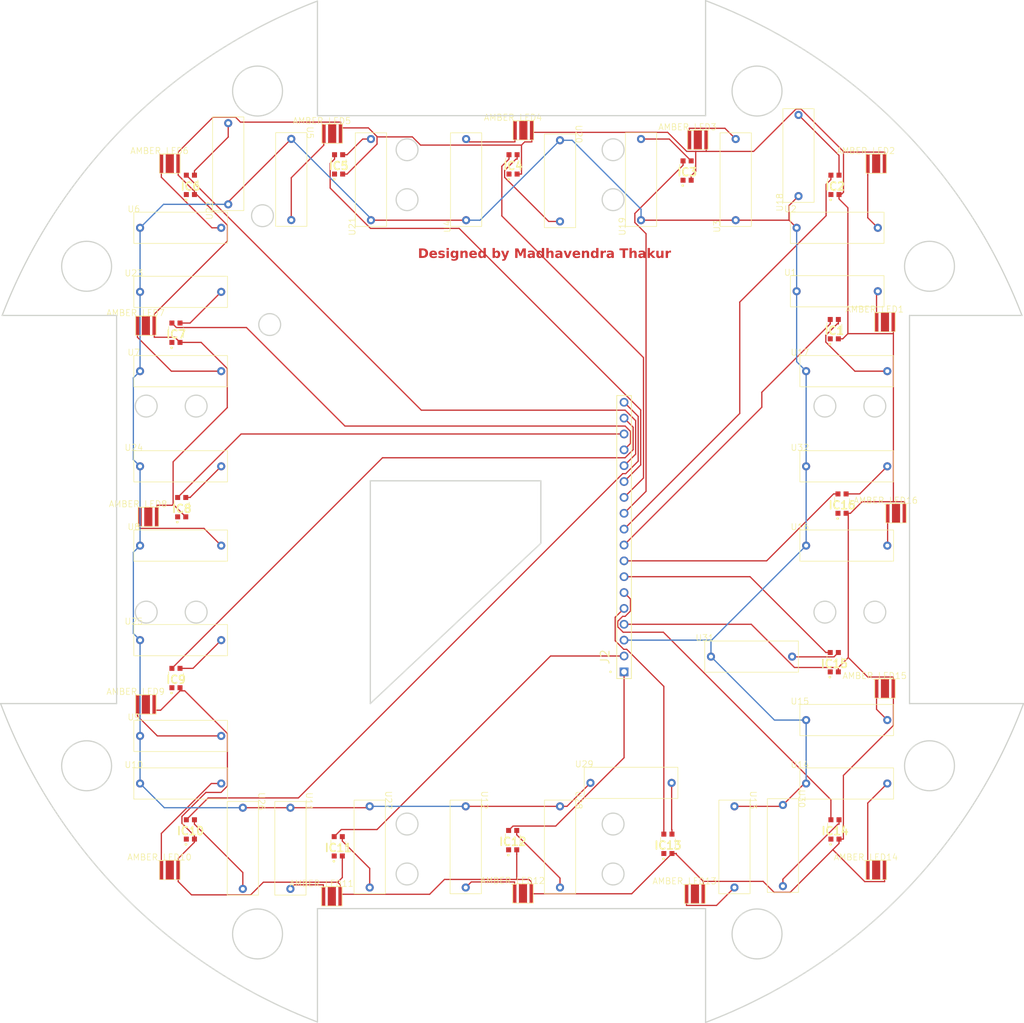
<source format=kicad_pcb>
(kicad_pcb (version 20240108) (generator "pcbnew") (generator_version "8.0")
  (layers (0 "F.Cu" signal) (31 "B.Cu" signal) (34 "B.Paste" user) (35 "F.Paste" user) (36 "B.SilkS" user "B.Silkscreen") (37 "F.SilkS" user "F.Silkscreen") (38 "B.Mask" user) (39 "F.Mask" user) (44 "Edge.Cuts" user))
  (net 0 "")
  (net 1 "A4")
  (net 2 "A15")
  (net 3 "A14")
  (net 4 "A10")
  (net 5 "3.3V GND")
  (net 6 "A12")
  (net 7 "A9")
  (net 8 "A1")
  (net 9 "A7")
  (net 10 "3.3V")
  (net 11 "A3")
  (net 12 "A13")
  (net 13 "A5")
  (net 14 "A6")
  (net 15 "A0")
  (net 16 "A2")
  (net 17 "A11")
  (net 18 "A8")
  (net 19 "Net-(AMBER_LED1-Anode)")
  (net 20 "Net-(AMBER_LED2-Anode)")
  (net 21 "Net-(AMBER_LED3-Anode)")
  (net 22 "Net-(AMBER_LED4-Anode)")
  (net 23 "Net-(AMBER_LED5-Anode)")
  (net 24 "Net-(AMBER_LED6-Anode)")
  (net 25 "Net-(AMBER_LED7-Anode)")
  (net 26 "Net-(AMBER_LED8-Anode)")
  (net 27 "Net-(AMBER_LED9-Anode)")
  (net 28 "Net-(AMBER_LED10-Anode)")
  (net 29 "Net-(AMBER_LED11-Anode)")
  (net 30 "Net-(AMBER_LED12-Anode)")
  (net 31 "Net-(AMBER_LED13-Anode)")
  (net 32 "Net-(AMBER_LED14-Anode)")
  (net 33 "Net-(AMBER_LED15-Anode)")
  (net 34 "Net-(AMBER_LED16-Anode)")
  (net 51 "Net-(IC1-VCC)")
  (net 52 "Net-(IC2-VCC)")
  (net 53 "Net-(IC3-VCC)")
  (net 54 "Net-(IC4-VCC)")
  (net 55 "Net-(IC5-VCC)")
  (net 56 "Net-(IC6-VCC)")
  (net 57 "Net-(IC7-VCC)")
  (net 58 "Net-(IC8-VCC)")
  (net 59 "Net-(IC9-VCC)")
  (net 60 "Net-(IC10-VCC)")
  (net 61 "Net-(IC11-VCC)")
  (net 62 "Net-(IC12-VCC)")
  (net 63 "Net-(IC13-VCC)")
  (net 64 "Net-(IC14-VCC)")
  (net 65 "Net-(IC15-VCC)")
  (net 66 "Net-(IC16-VCC)")
  (footprint "General_Resistor:general_resistor" (layer "F.Cu") (at 73.8 48.04 90)
    (property "Reference" "U21")
    (property "Value" "~")
  )
  (footprint "General_Resistor:general_resistor" (layer "F.Cu") (at 145 124.6)
    (property "Reference" "U15")
    (property "Value" "~")
  )
  (footprint "SFH_5711:SFH571123Z" (layer "F.Cu") (at 45.07 120.37)
    (property "Reference" "IC9")
    (property "Value" "SFH_5711-2_3-Z" (hide yes))
  )
  (footprint "General_Resistor:general_resistor" (layer "F.Cu") (at 109.08 139.92 -90)
    (property "Reference" "U28")
    (property "Value" "~")
  )
  (footprint "General_Resistor:general_resistor" (layer "F.Cu") (at 110.46 134.66)
    (property "Reference" "U29")
    (property "Value" "~")
  )
  (footprint "ELSW-F41Y1-OLPNM-AA3A5_amber_led:ELSW-F41Y1-OLPNM-AA3A5 amber led" (layer "F.Cu") (at 155.5685 36.4315)
    (property "Reference" "AMBER_LED2")
    (property "Value" "~")
  )
  (footprint "SFH_5711:SFH571123Z" (layer "F.Cu") (at 71.0641 147.32)
    (property "Reference" "IC11")
    (property "Value" "SFH_5711-2_3-Z" (hide yes))
  )
  (footprint "SFH_5711:SFH571123Z" (layer "F.Cu") (at 47.3812 144.6188)
    (property "Reference" "IC10")
    (property "Value" "SFH_5711-2_3-Z" (hide yes))
  )
  (footprint "ELSW-F41Y1-OLPNM-AA3A5_amber_led:ELSW-F41Y1-OLPNM-AA3A5 amber led" (layer "F.Cu") (at 158.75 92.43)
    (property "Reference" "AMBER_LED16")
    (property "Value" "~")
  )
  (footprint "ELSW-F41Y1-OLPNM-AA3A5_amber_led:ELSW-F41Y1-OLPNM-AA3A5 amber led" (layer "F.Cu") (at 38.6028 62.3853)
    (property "Reference" "AMBER_LED7")
    (property "Value" "~")
  )
  (footprint "ELSW-F41Y1-OLPNM-AA3A5_amber_led:ELSW-F41Y1-OLPNM-AA3A5 amber led" (layer "F.Cu") (at 42.4315 149.5685)
    (property "Reference" "AMBER_LED10")
    (property "Value" "~")
  )
  (footprint "General_Resistor:general_resistor" (layer "F.Cu") (at 58.28 140.14 -90)
    (property "Reference" "U26")
    (property "Value" "~")
  )
  (footprint "SFH_5711:SFH571123Z" (layer "F.Cu") (at 150.51 117.83)
    (property "Reference" "IC15")
    (property "Value" "SFH_5711-2_3-Z" (hide yes))
  )
  (footprint "SFH_5711:SFH571123Z" (layer "F.Cu") (at 47.3812 41.3812)
    (property "Reference" "IC6")
    (property "Value" "SFH_5711-2_3-Z" (hide yes))
  )
  (footprint "General_Resistor:general_resistor" (layer "F.Cu") (at 38.32 68.72)
    (property "Reference" "U7")
    (property "Value" "~")
  )
  (footprint "General_Resistor:general_resistor" (layer "F.Cu") (at 142.28 44.18 90)
    (property "Reference" "U18")
    (property "Value" "~")
  )
  (footprint "General_Resistor:general_resistor" (layer "F.Cu") (at 137.02 139.92 -90)
    (property "Reference" "U13")
    (property "Value" "~")
  )
  (footprint "ELSW-F41Y1-OLPNM-AA3A5_amber_led:ELSW-F41Y1-OLPNM-AA3A5 amber led" (layer "F.Cu") (at 99 153.33)
    (property "Reference" "AMBER_LED12")
    (property "Value" "~")
  )
  (footprint "General_Resistor:general_resistor" (layer "F.Cu") (at 50.94 45.5 90)
    (property "Reference" "U22")
    (property "Value" "~")
  )
  (footprint "ELSW-F41Y1-OLPNM-AA3A5_amber_led:ELSW-F41Y1-OLPNM-AA3A5 amber led" (layer "F.Cu") (at 68.4412 31.6328)
    (property "Reference" "AMBER_LED5")
    (property "Value" "~")
  )
  (footprint "ELSW-F41Y1-OLPNM-AA3A5_amber_led:ELSW-F41Y1-OLPNM-AA3A5 amber led" (layer "F.Cu") (at 38.6028 123.0488)
    (property "Reference" "AMBER_LED9")
    (property "Value" "~")
  )
  (footprint "General_Resistor:general_resistor" (layer "F.Cu") (at 89.04 48.04 90)
    (property "Reference" "U4")
    (property "Value" "~")
  )
  (footprint "ELSW-F41Y1-OLPNM-AA3A5_amber_led:ELSW-F41Y1-OLPNM-AA3A5 amber led" (layer "F.Cu") (at 99.06 31.1)
    (property "Reference" "AMBER_LED4")
    (property "Value" "~")
  )
  (footprint "ELSW-F41Y1-OLPNM-AA3A5_amber_led:ELSW-F41Y1-OLPNM-AA3A5 amber led" (layer "F.Cu") (at 38.99 93)
    (property "Reference" "AMBER_LED8")
    (property "Value" "~")
  )
  (footprint "ELSW-F41Y1-OLPNM-AA3A5_amber_led:ELSW-F41Y1-OLPNM-AA3A5 amber led" (layer "F.Cu") (at 155.5685 149.5685)
    (property "Reference" "AMBER_LED14")
    (property "Value" "~")
  )
  (footprint "General_Resistor:general_resistor" (layer "F.Cu") (at 38.32 83.96)
    (property "Reference" "U24")
    (property "Value" "~")
  )
  (footprint "SFH_5711:SFH571123Z" (layer "F.Cu") (at 150.6188 144.6188)
    (property "Reference" "IC14")
    (property "Value" "SFH_5711-2_3-Z" (hide yes))
  )
  (footprint "SFH_5711:SFH571123Z" (layer "F.Cu") (at 99 146.33)
    (property "Reference" "IC12")
    (property "Value" "SFH_5711-2_3-Z" (hide yes))
  )
  (footprint "General_Resistor:general_resistor" (layer "F.Cu") (at 38.32 56.02)
    (property "Reference" "U23")
    (property "Value" "~")
  )
  (footprint "ELSW-F41Y1-OLPNM-AA3A5_amber_led:ELSW-F41Y1-OLPNM-AA3A5 amber led" (layer "F.Cu") (at 127 32.6228)
    (property "Reference" "AMBER_LED3")
    (property "Value" "~")
  )
  (footprint "General_Resistor:general_resistor" (layer "F.Cu") (at 66.04 33.02 -90)
    (property "Reference" "U5")
    (property "Value" "~")
  )
  (footprint "General_Resistor:general_resistor" (layer "F.Cu") (at 144.78 139.7 -90)
    (property "Reference" "U30")
    (property "Value" "~")
  )
  (footprint "SFH_5711:SFH571123Z" (layer "F.Cu") (at 45.99 93)
    (property "Reference" "IC8")
    (property "Value" "SFH_5711-2_3-Z" (hide yes))
  )
  (footprint "SFH_5711:SFH571123Z" (layer "F.Cu") (at 45.07 65.0641)
    (property "Reference" "IC7")
    (property "Value" "SFH_5711-2_3-Z" (hide yes))
  )
  (footprint "ELSW-F41Y1-OLPNM-AA3A5_amber_led:ELSW-F41Y1-OLPNM-AA3A5 amber led" (layer "F.Cu") (at 156.9772 120.5088)
    (property "Reference" "AMBER_LED15")
    (property "Value" "~")
  )
  (footprint "SFH_5711:SFH571123Z" (layer "F.Cu") (at 99.06 38.1)
    (property "Reference" "IC4")
    (property "Value" "SFH_5711-2_3-Z" (hide yes))
  )
  (footprint "General_Resistor:general_resistor" (layer "F.Cu") (at 145 83.96)
    (property "Reference" "U32")
    (property "Value" "~")
  )
  (footprint "SFH_5711:SFH571123Z" (layer "F.Cu") (at 71.12 38.1)
    (property "Reference" "IC5")
    (property "Value" "SFH_5711-2_3-Z" (hide yes))
  )
  (footprint "General_Resistor:general_resistor" (layer "F.Cu") (at 38.32 111.8)
    (property "Reference" "U25")
    (property "Value" "~")
  )
  (footprint "SFH_5711:SFH571123Z" (layer "F.Cu") (at 151.75 92.43)
    (property "Reference" "IC16")
    (property "Value" "SFH_5711-2_3-Z" (hide yes))
  )
  (footprint "General_Resistor:general_resistor" (layer "F.Cu") (at 145 96.66)
    (property "Reference" "U16")
    (property "Value" "~")
  )
  (footprint "ELSW-F41Y1-OLPNM-AA3A5_amber_led:ELSW-F41Y1-OLPNM-AA3A5 amber led" (layer "F.Cu") (at 126.54 153.39)
    (property "Reference" "AMBER_LED13")
    (property "Value" "~")
  )
  (footprint "General_Resistor:general_resistor" (layer "F.Cu") (at 109.08 33.24 -90)
    (property "Reference" "U20")
    (property "Value" "~")
  )
  (footprint "General_Resistor:general_resistor" (layer "F.Cu") (at 117.06 48.04 90)
    (property "Reference" "U19")
    (property "Value" "~")
  )
  (footprint "SFH_5711:SFH571123Z" (layer "F.Cu") (at 126.9359 39.09)
    (property "Reference" "IC3")
    (property "Value" "SFH_5711-2_3-Z" (hide yes))
  )
  (footprint "ELSW-F41Y1-OLPNM-AA3A5_amber_led:ELSW-F41Y1-OLPNM-AA3A5 amber led" (layer "F.Cu") (at 68.3853 153.7872)
    (property "Reference" "AMBER_LED11")
    (property "Value" "~")
  )
  (footprint "SFH_5711:SFH571123Z" (layer "F.Cu") (at 150.51 64.49)
    (property "Reference" "IC1")
    (property "Value" "SFH_5711-2_3-Z" (hide yes))
  )
  (footprint "General_Resistor:general_resistor" (layer "F.Cu") (at 38.32 45.76)
    (property "Reference" "U6")
    (property "Value" "~")
  )
  (footprint "SFH_5711:SFH571123Z" (layer "F.Cu") (at 123.8612 146.9228)
    (property "Reference" "IC13")
    (property "Value" "SFH_5711-2_3-Z" (hide yes))
  )
  (footprint "General_Resistor:general_resistor" (layer "F.Cu") (at 143.48 45.76)
    (property "Reference" "U2")
    (property "Value" "~")
  )
  (footprint "ELSW-F41Y1-OLPNM-AA3A5_amber_led:ELSW-F41Y1-OLPNM-AA3A5 amber led" (layer "F.Cu") (at 156.9772 61.8112)
    (property "Reference" "AMBER_LED1")
    (property "Value" "~")
  )
  (footprint "General_Resistor:general_resistor" (layer "F.Cu") (at 145 134.76)
    (property "Reference" "U14")
    (property "Value" "~")
  )
  (footprint "Pins_Connector_01_18:TE_1-87465-9" (layer "F.Cu") (at 116.84 97.79 90)
    (property "Reference" "J2")
    (property "Value" "Conn_01x18_Pin")
  )
  (footprint "General_Resistor:general_resistor" (layer "F.Cu") (at 38.32 96.66)
    (property "Reference" "U8")
    (property "Value" "~")
  )
  (footprint "General_Resistor:general_resistor" (layer "F.Cu") (at 132.22 48.04 90)
    (property "Reference" "U3")
    (property "Value" "~")
  )
  (footprint "SFH_5711:SFH571123Z" (layer "F.Cu") (at 150.6188 41.3812)
    (property "Reference" "IC2")
    (property "Value" "SFH_5711-2_3-Z" (hide yes))
  )
  (footprint "ELSW-F41Y1-OLPNM-AA3A5_amber_led:ELSW-F41Y1-OLPNM-AA3A5 amber led" (layer "F.Cu") (at 42.4315 36.4315)
    (property "Reference" "AMBER_LED6")
    (property "Value" "~")
  )
  (footprint "General_Resistor:general_resistor" (layer "F.Cu") (at 129.76 114.44)
    (property "Reference" "U31")
    (property "Value" "~")
  )
  (footprint "General_Resistor:general_resistor" (layer "F.Cu") (at 38.32 134.76)
    (property "Reference" "U10")
    (property "Value" "~")
  )
  (footprint "General_Resistor:general_resistor" (layer "F.Cu") (at 143.48 55.92)
    (property "Reference" "U1")
    (property "Value" "~")
  )
  (footprint "General_Resistor:general_resistor" (layer "F.Cu") (at 65.9 140.14 -90)
    (property "Reference" "U11")
    (property "Value" "~")
  )
  (footprint "General_Resistor:general_resistor" (layer "F.Cu") (at 78.6 139.92 -90)
    (property "Reference" "U27")
    (property "Value" "~")
  )
  (footprint "General_Resistor:general_resistor" (layer "F.Cu") (at 93.98 139.92 -90)
    (property "Reference" "U12")
    (property "Value" "~")
  )
  (footprint "General_Resistor:general_resistor" (layer "F.Cu") (at 145 68.72)
    (property "Reference" "U17")
    (property "Value" "~")
  )
  (footprint "General_Resistor:general_resistor" (layer "F.Cu") (at 38.32 127.14)
    (property "Reference" "U9")
    (property "Value" "~")
  )
  (gr_line (start 67.731784 30.297) (end 67.731784 11.940698) (stroke (width 0.2)) (layer "Edge.Cuts"))
  (gr_circle (center 157.006255 76.813331) (end 158.756255 76.813331) (stroke (width 0.2)) (fill none) (layer "Edge.Cuts"))
  (gr_line (start 35.56 124.46) (end 16.987614 124.46) (stroke (width 0.2)) (layer "Edge.Cuts"))
  (gr_line (start 129.894784 30.297) (end 67.731784 30.297) (stroke (width 0.2)) (layer "Edge.Cuts"))
  (gr_circle (center 48.306255 109.813331) (end 50.056255 109.813331) (stroke (width 0.2)) (fill none) (layer "Edge.Cuts"))
  (gr_line (start 103.511844 98.781822) (end 76.2 124.46) (stroke (width 0.2)) (layer "Edge.Cuts"))
  (gr_circle (center 40.306255 76.813331) (end 42.056255 76.813331) (stroke (width 0.2)) (fill none) (layer "Edge.Cuts"))
  (gr_arc (start 17.232133 62.297) (mid 37.11889 31.740513) (end 67.731784 11.940698) (stroke (width 0.2)) (layer "Edge.Cuts"))
  (gr_line (start 162.56 124.46) (end 162.56 62.297) (stroke (width 0.2)) (layer "Edge.Cuts"))
  (gr_line (start 129.894784 157.297) (end 129.894784 175.527752) (stroke (width 0.2)) (layer "Edge.Cuts"))
  (gr_circle (center 58.136645 26.354217) (end 62.136645 26.354217) (stroke (width 0.2)) (fill none) (layer "Edge.Cuts"))
  (gr_circle (center 58.925524 46.322164) (end 60.675524 46.322164) (stroke (width 0.2)) (fill none) (layer "Edge.Cuts"))
  (gr_circle (center 115.084999 143.754377) (end 116.834999 143.754377) (stroke (width 0.2)) (fill none) (layer "Edge.Cuts"))
  (gr_circle (center 115.084999 35.754377) (end 116.834999 35.754377) (stroke (width 0.2)) (fill none) (layer "Edge.Cuts"))
  (gr_line (start 67.731784 175.45977) (end 67.731784 157.297) (stroke (width 0.2)) (layer "Edge.Cuts"))
  (gr_circle (center 30.760077 134.420449) (end 34.760077 134.420449) (stroke (width 0.2)) (fill none) (layer "Edge.Cuts"))
  (gr_line (start 103.511844 88.781822) (end 103.511844 98.781822) (stroke (width 0.2)) (layer "Edge.Cuts"))
  (gr_circle (center 138.136645 26.354217) (end 142.136645 26.354217) (stroke (width 0.2)) (fill none) (layer "Edge.Cuts"))
  (gr_circle (center 138.136645 161.354217) (end 142.136645 161.354217) (stroke (width 0.2)) (fill none) (layer "Edge.Cuts"))
  (gr_circle (center 149.006255 109.813331) (end 150.756255 109.813331) (stroke (width 0.2)) (fill none) (layer "Edge.Cuts"))
  (gr_line (start 162.56 62.297) (end 180.57333 62.297) (stroke (width 0.2)) (layer "Edge.Cuts"))
  (gr_line (start 67.731784 157.297) (end 129.894784 157.297) (stroke (width 0.2)) (layer "Edge.Cuts"))
  (gr_circle (center 48.306255 76.813331) (end 50.056255 76.813331) (stroke (width 0.2)) (fill none) (layer "Edge.Cuts"))
  (gr_line (start 180.81785 124.46) (end 162.56 124.46) (stroke (width 0.2)) (layer "Edge.Cuts"))
  (gr_arc (start 180.81785 124.46) (mid 160.862284 155.484243) (end 129.894784 175.527752) (stroke (width 0.2)) (layer "Edge.Cuts"))
  (gr_circle (center 157.006255 109.813331) (end 158.756255 109.813331) (stroke (width 0.2)) (fill none) (layer "Edge.Cuts"))
  (gr_arc (start 129.894784 11.87272) (mid 160.618778 31.672986) (end 180.57333 62.297) (stroke (width 0.2)) (layer "Edge.Cuts"))
  (gr_circle (center 82.084999 143.754377) (end 83.834999 143.754377) (stroke (width 0.2)) (fill none) (layer "Edge.Cuts"))
  (gr_circle (center 82.084999 35.754377) (end 83.834999 35.754377) (stroke (width 0.2)) (fill none) (layer "Edge.Cuts"))
  (gr_line (start 35.56 62.297) (end 35.56 124.46) (stroke (width 0.2)) (layer "Edge.Cuts"))
  (gr_circle (center 82.084999 151.754377) (end 83.834999 151.754377) (stroke (width 0.2)) (fill none) (layer "Edge.Cuts"))
  (gr_circle (center 58.136645 161.354217) (end 62.136645 161.354217) (stroke (width 0.2)) (fill none) (layer "Edge.Cuts"))
  (gr_circle (center 40.306255 109.813331) (end 42.056255 109.813331) (stroke (width 0.2)) (fill none) (layer "Edge.Cuts"))
  (gr_circle (center 115.084999 151.754377) (end 116.834999 151.754377) (stroke (width 0.2)) (fill none) (layer "Edge.Cuts"))
  (gr_line (start 129.894784 11.87272) (end 129.894784 30.297) (stroke (width 0.2)) (layer "Edge.Cuts"))
  (gr_circle (center 115.084999 43.754377) (end 116.834999 43.754377) (stroke (width 0.2)) (fill none) (layer "Edge.Cuts"))
  (gr_line (start 76.2 124.46) (end 76.2 88.781822) (stroke (width 0.2)) (layer "Edge.Cuts"))
  (gr_circle (center 165.760077 134.420449) (end 169.760077 134.420449) (stroke (width 0.2)) (fill none) (layer "Edge.Cuts"))
  (gr_arc (start 67.731784 175.45977) (mid 36.875648 155.416451) (end 16.987614 124.46) (stroke (width 0.2)) (layer "Edge.Cuts"))
  (gr_circle (center 165.760077 54.420449) (end 169.760077 54.420449) (stroke (width 0.2)) (fill none) (layer "Edge.Cuts"))
  (gr_circle (center 149.006255 76.813331) (end 150.756255 76.813331) (stroke (width 0.2)) (fill none) (layer "Edge.Cuts"))
  (gr_circle (center 60.084999 63.754377) (end 61.834999 63.754377) (stroke (width 0.2)) (fill none) (layer "Edge.Cuts"))
  (gr_circle (center 30.760077 54.420449) (end 34.760077 54.420449) (stroke (width 0.2)) (fill none) (layer "Edge.Cuts"))
  (gr_line (start 17.232133 62.297) (end 35.56 62.297) (stroke (width 0.2)) (layer "Edge.Cuts"))
  (gr_circle (center 82.084999 43.754377) (end 83.834999 43.754377) (stroke (width 0.2)) (fill none) (layer "Edge.Cuts"))
  (gr_line (start 76.2 88.781822) (end 103.511844 88.781822) (stroke (width 0.2)) (layer "Edge.Cuts"))
  (gr_text "Designed by Madhavendra Thakur" (at 83.82 53.34 0) (layer "F.Cu") (effects (font (size 1.5 1.5) (thickness 0.3) (bold yes)) (justify left bottom)))
  (segment (start 119.5051 86.2349) (end 119.5051 77.4352) (width 0.2) (layer "F.Cu") (net 1))
  (segment (start 90.4227 48.3528) (end 76.2287 48.3528) (width 0.2) (layer "F.Cu") (net 1))
  (segment (start 69.7683 37.9534) (end 70.47 37.2517) (width 0.2) (layer "F.Cu") (net 1))
  (segment (start 119.5051 77.4352) (end 90.4227 48.3528) (width 0.2) (layer "F.Cu") (net 1))
  (segment (start 76.2287 48.3528) (end 69.7683 41.8924) (width 0.2) (layer "F.Cu") (net 1))
  (segment (start 70.47 36.55) (end 70.47 37.2517) (width 0.2) (layer "F.Cu") (net 1))
  (segment (start 69.7683 41.8924) (end 69.7683 37.9534) (width 0.2) (layer "F.Cu") (net 1))
  (segment (start 116.84 88.9) (end 119.5051 86.2349) (width 0.2) (layer "F.Cu") (net 1))
  (segment (start 116.84 101.6) (end 139.6783 101.6) (width 0.2) (layer "F.Cu") (net 2))
  (segment (start 151.1 90.88) (end 150.3983 90.88) (width 0.2) (layer "F.Cu") (net 2))
  (segment (start 139.6783 101.6) (end 150.3983 90.88) (width 0.2) (layer "F.Cu") (net 2))
  (segment (start 137.0183 104.14) (end 149.1583 116.28) (width 0.2) (layer "F.Cu") (net 3))
  (segment (start 149.86 116.28) (end 149.1583 116.28) (width 0.2) (layer "F.Cu") (net 3))
  (segment (start 116.84 104.14) (end 137.0183 104.14) (width 0.2) (layer "F.Cu") (net 3))
  (segment (start 116.84 116.84) (end 105.0674 116.84) (width 0.2) (layer "F.Cu") (net 4))
  (segment (start 71.5488 144.6353) (end 70.4141 145.77) (width 0.2) (layer "F.Cu") (net 4))
  (segment (start 77.2721 144.6353) (end 71.5488 144.6353) (width 0.2) (layer "F.Cu") (net 4))
  (segment (start 105.0674 116.84) (end 77.2721 144.6353) (width 0.2) (layer "F.Cu") (net 4))
  (segment (start 116.84 111.76) (end 137.2117 111.76) (width 0.2) (layer "F.Cu") (net 5))
  (segment (start 53.308 137.6717) (end 53.308 129.2498) (width 0.2) (layer "F.Cu") (net 5))
  (segment (start 100.4117 35.0093) (end 84.2434 35.0093) (width 0.2) (layer "F.Cu") (net 5))
  (segment (start 41.6028 63.9353) (end 41.6028 65.787) (width 0.2) (layer "F.Cu") (net 5))
  (segment (start 71.4412 33.1828) (end 71.4412 32.2569) (width 0.2) (layer "F.Cu") (net 5))
  (segment (start 41.99 92.6983) (end 44.4554 92.6983) (width 0.2) (layer "F.Cu") (net 5))
  (segment (start 45.4315 39.8332) (end 47.8278 42.2295) (width 0.2) (layer "F.Cu") (net 5))
  (segment (start 102.06 32.97) (end 102.06 34.5017) (width 0.2) (layer "F.Cu") (net 5))
  (segment (start 88.0752 152.6266) (end 99.65 152.6266) (width 0.2) (layer "F.Cu") (net 5))
  (segment (start 71.3853 155.3372) (end 71.3853 155.0036) (width 0.2) (layer "F.Cu") (net 5))
  (segment (start 46.0294 142.5275) (end 49.8651 138.6918) (width 0.2) (layer "F.Cu") (net 5))
  (segment (start 151.9864 36.1298) (end 158.5685 36.1298) (width 0.2) (layer "F.Cu") (net 5))
  (segment (start 159.9772 120.2071) (end 155.8706 120.2071) (width 0.2) (layer "F.Cu") (net 5))
  (segment (start 150.2764 147.8629) (end 155.3837 152.9702) (width 0.2) (layer "F.Cu") (net 5))
  (segment (start 155.8706 120.2071) (end 152.7509 117.0874) (width 0.2) (layer "F.Cu") (net 5))
  (segment (start 151.9864 42.5644) (end 151.9864 36.1298) (width 0.2) (layer "F.Cu") (net 5))
  (segment (start 151.2688 146.8705) (end 150.2764 147.8629) (width 0.2) (layer "F.Cu") (net 5))
  (segment (start 151.9864 36.1298) (end 151.9864 36.0404) (width 0.2) (layer "F.Cu") (net 5))
  (segment (start 151.9705 135.9688) (end 159.9772 127.9621) (width 0.2) (layer "F.Cu") (net 5))
  (segment (start 151.2688 42.9312) (end 151.2688 43.282) (width 0.2) (layer "F.Cu") (net 5))
  (segment (start 152.7509 93.98) (end 153.1017 93.98) (width 0.2) (layer "F.Cu") (net 5))
  (segment (start 159.9772 127.9621) (end 159.9772 122.0588) (width 0.2) (layer "F.Cu") (net 5))
  (segment (start 59.0676 153.0694) (end 57.0379 155.0991) (width 0.2) (layer "F.Cu") (net 5))
  (segment (start 44.4554 92.6983) (end 44.6134 92.5403) (width 0.2) (layer "F.Cu") (net 5))
  (segment (start 159.9772 64.287) (end 159.9772 63.3612) (width 0.2) (layer "F.Cu") (net 5))
  (segment (start 151.16 119.38) (end 151.16 118.6783) (width 0.2) (layer "F.Cu") (net 5))
  (segment (start 44.6134 92.5403) (end 46.6231 94.55) (width 0.2) (layer "F.Cu") (net 5))
  (segment (start 49.8651 138.6918) (end 52.2879 138.6918) (width 0.2) (layer "F.Cu") (net 5))
  (segment (start 152.4 93.98) (end 152.7509 93.98) (width 0.2) (layer "F.Cu") (net 5))
  (segment (start 57.0379 155.0991) (end 47.5604 155.0991) (width 0.2) (layer "F.Cu") (net 5))
  (segment (start 41.6028 124.5988) (end 41.6028 125.5246) (width 0.2) (layer "F.Cu") (net 5))
  (segment (start 47.8558 145.4671) (end 46.0294 143.6407) (width 0.2) (layer "F.Cu") (net 5))
  (segment (start 45.72 122.4201) (end 42.6155 125.5246) (width 0.2) (layer "F.Cu") (net 5))
  (segment (start 48.0312 146.3442) (end 48.0312 146.5196) (width 0.2) (layer "F.Cu") (net 5))
  (segment (start 53.308 129.2498) (end 46.4783 122.4201) (width 0.2) (layer "F.Cu") (net 5))
  (segment (start 71.7141 152.323) (end 71.7141 148.87) (width 0.2) (layer "F.Cu") (net 5))
  (segment (start 77.2733 33.6373) (end 77.2733 33.7002) (width 0.2) (layer "F.Cu") (net 5))
  (segment (start 42.6155 125.5246) (end 41.6028 125.5246) (width 0.2) (layer "F.Cu") (net 5))
  (segment (start 102 154.775) (end 102 154.8702) (width 0.2) (layer "F.Cu") (net 5))
  (segment (start 99.65 152.6266) (end 101.5983 152.6266) (width 0.2) (layer "F.Cu") (net 5))
  (segment (start 101.5983 152.6266) (end 102 153.0283) (width 0.2) (layer "F.Cu") (net 5))
  (segment (start 137.5896 36.0245) (end 130 36.0245) (width 0.2) (layer "F.Cu") (net 5))
  (segment (start 125.2129 148.6112) (end 125.2129 148.4728) (width 0.2) (layer "F.Cu") (net 5))
  (segment (start 48.0312 42.57) (end 53.3065 47.8453) (width 0.2) (layer "F.Cu") (net 5))
  (segment (start 45.4315 151.1185) (end 45.4315 149.2668) (width 0.2) (layer "F.Cu") (net 5))
  (segment (start 100.4117 35.0093) (end 100.4117 39.65) (width 0.2) (layer "F.Cu") (net 5))
  (segment (start 151.2688 43.282) (end 151.2688 43.6329) (width 0.2) (layer "F.Cu") (net 5))
  (segment (start 129.54 152.9383) (end 125.2129 148.6112) (width 0.2) (layer "F.Cu") (net 5))
  (segment (start 48.0312 145.4671) (end 47.8558 145.4671) (width 0.2) (layer "F.Cu") (net 5))
  (segment (start 45.72 66.6141) (end 44.8929 65.787) (width 0.2) (layer "F.Cu") (net 5))
  (segment (start 151.9705 146.1688) (end 151.9705 135.9688) (width 0.2) (layer "F.Cu") (net 5))
  (segment (start 71.3853 155.0036) (end 85.6982 155.0036) (width 0.2) (layer "F.Cu") (net 5))
  (segment (start 54.6184 30.5467) (end 51.0146 30.5467) (width 0.2) (layer "F.Cu") (net 5))
  (segment (start 71.4412 31.3311) (end 55.4028 31.3311) (width 0.2) (layer "F.Cu") (net 5))
  (segment (start 46.6231 94.55) (end 46.64 94.55) (width 0.2) (layer "F.Cu") (net 5))
  (segment (start 48.0312 146.3442) (end 48.0312 146.1688) (width 0.2) (layer "F.Cu") (net 5))
  (segment (start 44.8929 65.787) (end 41.6028 65.787) (width 0.2) (layer "F.Cu") (net 5))
  (segment (start 51.0146 30.5467) (end 45.4315 36.1298) (width 0.2) (layer "F.Cu") (net 5))
  (segment (start 129.54 152.9383) (end 129.54 153.0883) (width 0.2) (layer "F.Cu") (net 5))
  (segment (start 152.6888 65.2129) (end 151.8617 66.04) (width 0.2) (layer "F.Cu") (net 5))
  (segment (start 45.72 122.4201) (end 45.72 121.92) (width 0.2) (layer "F.Cu") (net 5))
  (segment (start 152.7509 117.0874) (end 151.16 118.6783) (width 0.2) (layer "F.Cu") (net 5))
  (segment (start 102 154.88) (end 102 154.8702) (width 0.2) (layer "F.Cu") (net 5))
  (segment (start 99.65 152.6266) (end 99.65 148.5817) (width 0.2) (layer "F.Cu") (net 5))
  (segment (start 154.9534 92.1283) (end 153.1017 93.98) (width 0.2) (layer "F.Cu") (net 5))
  (segment (start 48.0312 42.57) (end 48.0312 42.2295) (width 0.2) (layer "F.Cu") (net 5))
  (segment (start 99.65 147.88) (end 99.65 148.5817) (width 0.2) (layer "F.Cu") (net 5))
  (segment (start 82.9343 33.7002) (end 77.2733 33.7002) (width 0.2) (layer "F.Cu") (net 5))
  (segment (start 41.99 94.55) (end 41.99 92.6983) (width 0.2) (layer "F.Cu") (net 5))
  (segment (start 128.3144 39.2098) (end 127.5859 39.9383) (width 0.2) (layer "F.Cu") (net 5))
  (segment (start 159.9772 92.1283) (end 161.75 92.1283) (width 0.2) (layer "F.Cu") (net 5))
  (segment (start 71.3853 155.0036) (end 71.3853 153.5863) (width 0.2) (layer "F.Cu") (net 5))
  (segment (start 45.4315 151.1185) (end 45.4315 152.9702) (width 0.2) (layer "F.Cu") (net 5))
  (segment (start 84.2434 35.0093) (end 82.9343 33.7002) (width 0.2) (layer "F.Cu") (net 5))
  (segment (start 53.2891 70.7966) (end 49.1066 66.6141) (width 0.2) (layer "F.Cu") (net 5))
  (segment (start 128.3144 36.0245) (end 128.3144 39.2098) (width 0.2) (layer "F.Cu") (net 5))
  (segment (start 100.9193 34.5017) (end 100.4117 35.0093) (width 0.2) (layer "F.Cu") (net 5))
  (segment (start 159.9772 65.2129) (end 152.6888 65.2129) (width 0.2) (layer "F.Cu") (net 5))
  (segment (start 102 154.8702) (end 102.0524 154.9226) (width 0.2) (layer "F.Cu") (net 5))
  (segment (start 123.8205 32.97) (end 126.875 36.0245) (width 0.2) (layer "F.Cu") (net 5))
  (segment (start 45.4315 37.9815) (end 45.4315 39.8332) (width 0.2) (layer "F.Cu") (net 5))
  (segment (start 152.7509 93.98) (end 152.7509 117.0874) (width 0.2) (layer "F.Cu") (net 5))
  (segment (start 102.06 34.5017) (end 100.9193 34.5017) (width 0.2) (layer "F.Cu") (net 5))
  (segment (start 53.2891 77.0574) (end 53.2891 70.7966) (width 0.2) (layer "F.Cu") (net 5))
  (segment (start 70.9677 153.0694) (end 71.7141 152.323) (width 0.2) (layer "F.Cu") (net 5))
  (segment (start 41.6028 63.9353) (end 41.6028 62.0836) (width 0.2) (layer "F.Cu") (net 5))
  (segment (start 151.9864 36.0404) (end 145.1743 29.2283) (width 0.2) (layer "F.Cu") (net 5))
  (segment (start 102.06 32.65) (end 102.06 32.97) (width 0.2) (layer "F.Cu") (net 5))
  (segment (start 71.77 39.65) (end 72.4717 39.65) (width 0.2) (layer "F.Cu") (net 5))
  (segment (start 44.6134 92.5403) (end 44.6134 85.7331) (width 0.2) (layer "F.Cu") (net 5))
  (segment (start 118.0614 154.9226) (end 124.5112 148.4728) (width 0.2) (layer "F.Cu") (net 5))
  (segment (start 75.8929 32.2569) (end 77.2733 33.6373) (width 0.2) (layer "F.Cu") (net 5))
  (segment (start 130 34.1728) (end 130 36.0245) (width 0.2) (layer "F.Cu") (net 5))
  (segment (start 45.4315 37.9815) (end 45.4315 36.1298) (width 0.2) (layer "F.Cu") (net 5))
  (segment (start 52.2879 138.6918) (end 53.308 137.6717) (width 0.2) (layer "F.Cu") (net 5))
  (segment (start 152.6888 45.0529) (end 151.2688 43.6329) (width 0.2) (layer "F.Cu") (net 5))
  (segment (start 47.5604 155.0991) (end 45.4315 152.9702) (width 0.2) (layer "F.Cu") (net 5))
  (segment (start 155.3837 152.9702) (end 158.5685 152.9702) (width 0.2) (layer "F.Cu") (net 5))
  (segment (start 53.3065 47.8453) (end 53.3065 50.3799) (width 0.2) (layer "F.Cu") (net 5))
  (segment (start 53.3065 50.3799) (end 41.6028 62.0836) (width 0.2) (layer "F.Cu") (net 5))
  (segment (start 77.2733 34.8484) (end 72.4717 39.65) (width 0.2) (layer "F.Cu") (net 5))
  (segment (start 158.5685 151.1185) (end 158.5685 152.9702) (width 0.2) (layer "F.Cu") (net 5))
  (segment (start 143.4611 154.6782) (end 150.2764 147.8629) (width 0.2) (layer "F.Cu") (net 5))
  (segment (start 48.0312 146.6671) (end 48.0312 146.5196) (width 0.2) (layer "F.Cu") (net 5))
  (segment (start 137.2117 111.76) (end 144.13 118.6783) (width 0.2) (layer "F.Cu") (net 5))
  (segment (start 159.9772 65.2129) (end 159.9772 92.1283) (width 0.2) (layer "F.Cu") (net 5))
  (segment (start 71.3853 153.5863) (end 71.3853 153.487) (width 0.2) (layer "F.Cu") (net 5))
  (segment (start 151.2688 146.1688) (end 151.9705 146.1688) (width 0.2) (layer "F.Cu") (net 5))
  (segment (start 139.1152 152.9383) (end 140.8551 154.6782) (width 0.2) (layer "F.Cu") (net 5))
  (segment (start 129.54 152.9383) (end 139.1152 152.9383) (width 0.2) (layer "F.Cu") (net 5))
  (segment (start 46.4783 122.4201) (end 45.72 122.4201) (width 0.2) (layer "F.Cu") (net 5))
  (segment (start 102.06 32.97) (end 123.8205 32.97) (width 0.2) (layer "F.Cu") (net 5))
  (segment (start 124.5112 148.4728) (end 125.2129 148.4728) (width 0.2) (layer "F.Cu") (net 5))
  (segment (start 102.0524 154.9226) (end 118.0614 154.9226) (width 0.2) (layer "F.Cu") (net 5))
  (segment (start 159.9772 64.287) (end 159.9772 65.2129) (width 0.2) (layer "F.Cu") (net 5))
  (segment (start 49.1066 66.6141) (end 45.72 66.6141) (width 0.2) (layer "F.Cu") (net 5))
  (segment (start 151.16 66.04) (end 151.8617 66.04) (width 0.2) (layer "F.Cu") (net 5))
  (segment (start 159.9772 92.1283) (end 154.9534 92.1283) (width 0.2) (layer "F.Cu") (net 5))
  (segment (start 102 154.775) (end 102 153.0283) (width 0.2) (layer "F.Cu") (net 5))
  (segment (start 77.2733 33.7002) (end 77.2733 34.8484) (width 0.2) (layer "F.Cu") (net 5))
  (segment (start 46.0294 143.6407) (end 46.0294 142.5275) (width 0.2) (layer "F.Cu") (net 5))
  (segment (start 152.6888 65.2129) (end 152.6888 45.0529) (width 0.2) (layer "F.Cu") (net 5))
  (segment (start 151.2688 43.282) (end 151.9864 42.5644) (width 0.2) (layer "F.Cu") (net 5))
  (segment (start 145.1743 29.2283) (end 144.3858 29.2283) (width 0.2) (layer "F.Cu") (net 5))
  (segment (start 55.4028 31.3311) (end 54.6184 30.5467) (width 0.2) (layer "F.Cu") (net 5))
  (segment (start 85.6982 155.0036) (end 88.0752 152.6266) (width 0.2) (layer "F.Cu") (net 5))
  (segment (start 48.0312 42.9312) (end 48.0312 42.57) (width 0.2) (layer "F.Cu") (net 5))
  (segment (start 159.9772 122.0588) (end 159.9772 120.2071) (width 0.2) (layer "F.Cu") (net 5))
  (segment (start 71.4412 32.2569) (end 71.4412 31.3311) (width 0.2) (layer "F.Cu") (net 5))
  (segment (start 144.13 118.6783) (end 151.16 118.6783) (width 0.2) (layer "F.Cu") (net 5))
  (segment (start 140.8551 154.6782) (end 143.4611 154.6782) (width 0.2) (layer "F.Cu") (net 5))
  (segment (start 151.2688 146.1688) (end 151.2688 146.8705) (width 0.2) (layer "F.Cu") (net 5))
  (segment (start 144.3858 29.2283) (end 137.5896 36.0245) (width 0.2) (layer "F.Cu") (net 5))
  (segment (start 47.8278 42.2295) (end 48.0312 42.2295) (width 0.2) (layer "F.Cu") (net 5))
  (segment (start 161.75 93.98) (end 161.75 92.1283) (width 0.2) (layer "F.Cu") (net 5))
  (segment (start 71.3853 153.487) (end 70.9677 153.0694) (width 0.2) (layer "F.Cu") (net 5))
  (segment (start 126.875 36.0245) (end 128.3144 36.0245) (width 0.2) (layer "F.Cu") (net 5))
  (segment (start 48.0312 146.1688) (end 48.0312 145.4671) (width 0.2) (layer "F.Cu") (net 5))
  (segment (start 128.3144 36.0245) (end 130 36.0245) (width 0.2) (layer "F.Cu") (net 5))
  (segment (start 99.71 39.65) (end 100.4117 39.65) (width 0.2) (layer "F.Cu") (net 5))
  (segment (start 44.6134 85.7331) (end 53.2891 77.0574) (width 0.2) (layer "F.Cu") (net 5))
  (segment (start 71.4412 32.2569) (end 75.8929 32.2569) (width 0.2) (layer "F.Cu") (net 5))
  (segment (start 129.54 154.94) (end 129.54 153.0883) (width 0.2) (layer "F.Cu") (net 5))
  (segment (start 45.4315 149.2668) (end 48.0312 146.6671) (width 0.2) (layer "F.Cu") (net 5))
  (segment (start 158.5685 37.9815) (end 158.5685 36.1298) (width 0.2) (layer "F.Cu") (net 5))
  (segment (start 70.9677 153.0694) (end 59.0676 153.0694) (width 0.2) (layer "F.Cu") (net 5))
  (segment (start 127.5859 40.64) (end 127.5859 39.9383) (width 0.2) (layer "F.Cu") (net 5))
  (segment (start 123.2112 121.7117) (end 123.2112 145.3728) (width 0.2) (layer "F.Cu") (net 6))
  (segment (start 115.4164 114.3926) (end 116.7938 115.77) (width 0.2) (layer "F.Cu") (net 6))
  (segment (start 115.4164 110.6436) (end 115.4164 114.3926) (width 0.2) (layer "F.Cu") (net 6))
  (segment (start 116.7938 115.77) (end 117.2695 115.77) (width 0.2) (layer "F.Cu") (net 6))
  (segment (start 117.2695 115.77) (end 123.2112 121.7117) (width 0.2) (layer "F.Cu") (net 6))
  (segment (start 116.84 109.22) (end 115.4164 110.6436) (width 0.2) (layer "F.Cu") (net 6))
  (segment (start 50.2263 139.5737) (end 64.6771 139.5737) (width 0.2) (layer "F.Cu") (net 7))
  (segment (start 64.6771 139.5737) (end 109.7454 94.5054) (width 0.2) (layer "F.Cu") (net 7))
  (segment (start 119.1004 85.6329) (end 119.1004 78.4604) (width 0.2) (layer "F.Cu") (net 7))
  (segment (start 109.7454 94.5054) (end 116.6208 87.63) (width 0.2) (layer "F.Cu") (net 7))
  (segment (start 119.1004 78.4604) (end 116.84 76.2) (width 0.2) (layer "F.Cu") (net 7))
  (segment (start 116.6208 87.63) (end 117.1033 87.63) (width 0.2) (layer "F.Cu") (net 7))
  (segment (start 117.1033 87.63) (end 119.1004 85.6329) (width 0.2) (layer "F.Cu") (net 7))
  (segment (start 46.7312 143.0688) (end 50.2263 139.5737) (width 0.2) (layer "F.Cu") (net 7))
  (segment (start 149.9688 39.8312) (end 149.9688 40.5329) (width 0.2) (layer "F.Cu") (net 8))
  (segment (start 149.197 41.3047) (end 149.9688 40.5329) (width 0.2) (layer "F.Cu") (net 8))
  (segment (start 135.369 77.991) (end 135.369 60.1528) (width 0.2) (layer "F.Cu") (net 8))
  (segment (start 116.84 96.52) (end 135.369 77.991) (width 0.2) (layer "F.Cu") (net 8))
  (segment (start 135.369 60.1528) (end 149.197 46.3248) (width 0.2) (layer "F.Cu") (net 8))
  (segment (start 149.197 46.3248) (end 149.197 41.3047) (width 0.2) (layer "F.Cu") (net 8))
  (segment (start 55.51 81.28) (end 45.34 91.45) (width 0.2) (layer "F.Cu") (net 9))
  (segment (start 116.84 81.28) (end 55.51 81.28) (width 0.2) (layer "F.Cu") (net 9))
  (segment (start 143.26 47.04) (end 134.72 47.04) (width 0.2) (layer "F.Cu") (net 10))
  (segment (start 134.52 140.92) (end 142.06 140.92) (width 0.2) (layer "F.Cu") (net 10))
  (segment (start 91.48 140.92) (end 106.58 140.92) (width 0.2) (layer "F.Cu") (net 10))
  (segment (start 63.4 141.14) (end 75.88 141.14) (width 0.2) (layer "F.Cu") (net 10))
  (segment (start 143.26 44.7) (end 144.78 43.18) (width 0.2) (layer "F.Cu") (net 10))
  (segment (start 145.72 137.26) (end 142.28 140.7) (width 0.2) (layer "F.Cu") (net 10))
  (segment (start 143.26 47.04) (end 143.26 44.7) (width 0.2) (layer "F.Cu") (net 10))
  (segment (start 143.26 47.04) (end 144.48 48.26) (width 0.2) (layer "F.Cu") (net 10))
  (segment (start 76.3 47.04) (end 91.54 47.04) (width 0.2) (layer "F.Cu") (net 10))
  (segment (start 142.06 140.92) (end 142.28 140.7) (width 0.2) (layer "F.Cu") (net 10))
  (segment (start 134.72 47.04) (end 119.56 47.04) (width 0.2) (layer "F.Cu") (net 10))
  (segment (start 63.54 34.02) (end 53.44 44.12) (width 0.2) (layer "F.Cu") (net 10))
  (segment (start 106.58 140.92) (end 107.7 140.92) (width 0.2) (layer "F.Cu") (net 10))
  (segment (start 146 137.26) (end 145.72 137.26) (width 0.2) (layer "F.Cu") (net 10))
  (segment (start 75.88 141.14) (end 76.1 140.92) (width 0.2) (layer "F.Cu") (net 10))
  (segment (start 55.78 141.14) (end 63.4 141.14) (width 0.2) (layer "F.Cu") (net 10))
  (segment (start 53.44 44.12) (end 53.44 44.5) (width 0.2) (layer "F.Cu") (net 10))
  (segment (start 107.7 140.92) (end 111.46 137.16) (width 0.2) (layer "F.Cu") (net 10))
  (segment (start 39.32 58.52) (end 39.32 71.22) (width 0.2) (layer "B.Cu") (net 10))
  (segment (start 146 137.26) (end 146 127.1) (width 0.2) (layer "B.Cu") (net 10))
  (segment (start 93.78 47.04) (end 106.58 34.24) (width 0.2) (layer "B.Cu") (net 10))
  (segment (start 38.2484 72.2916) (end 39.32 71.22) (width 0.2) (layer "B.Cu") (net 10))
  (segment (start 108.5292 34.24) (end 106.58 34.24) (width 0.2) (layer "B.Cu") (net 10))
  (segment (start 144.48 48.26) (end 144.48 58.42) (width 0.2) (layer "B.Cu") (net 10))
  (segment (start 76.3 47.04) (end 76.3 46.78) (width 0.2) (layer "B.Cu") (net 10))
  (segment (start 39.32 129.64) (end 39.32 114.3) (width 0.2) (layer "B.Cu") (net 10))
  (segment (start 39.32 99.16) (end 38.2484 100.2316) (width 0.2) (layer "B.Cu") (net 10))
  (segment (start 38.2484 100.2316) (end 38.2484 113.2284) (width 0.2) (layer "B.Cu") (net 10))
  (segment (start 38.2484 113.2284) (end 39.32 114.3) (width 0.2) (layer "B.Cu") (net 10))
  (segment (start 39.32 137.26) (end 43.2 141.14) (width 0.2) (layer "B.Cu") (net 10))
  (segment (start 53.44 44.5) (end 43.08 44.5) (width 0.2) (layer "B.Cu") (net 10))
  (segment (start 76.1 140.92) (end 91.48 140.92) (width 0.2) (layer "B.Cu") (net 10))
  (segment (start 43.08 44.5) (end 39.32 48.26) (width 0.2) (layer "B.Cu") (net 10))
  (segment (start 146 71.22) (end 146 86.46) (width 0.2) (layer "B.Cu") (net 10))
  (segment (start 130.66 114.3) (end 130.76 114.4) (width 0.2) (layer "B.Cu") (net 10))
  (segment (start 116.84 114.3) (end 130.66 114.3) (width 0.2) (layer "B.Cu") (net 10))
  (segment (start 144.48 69.7) (end 146 71.22) (width 0.2) (layer "B.Cu") (net 10))
  (segment (start 76.3 46.78) (end 63.54 34.02) (width 0.2) (layer "B.Cu") (net 10))
  (segment (start 43.2 141.14) (end 55.78 141.14) (width 0.2) (layer "B.Cu") (net 10))
  (segment (start 119.56 47.04) (end 119.56 45.2708) (width 0.2) (layer "B.Cu") (net 10))
  (segment (start 39.32 86.46) (end 38.2484 85.3884) (width 0.2) (layer "B.Cu") (net 10))
  (segment (start 140.92 127.1) (end 146 127.1) (width 0.2) (layer "B.Cu") (net 10))
  (segment (start 130.76 116.94) (end 140.92 127.1) (width 0.2) (layer "B.Cu") (net 10))
  (segment (start 130.76 114.4) (end 130.76 116.94) (width 0.2) (layer "B.Cu") (net 10))
  (segment (start 119.56 45.2708) (end 108.5292 34.24) (width 0.2) (layer "B.Cu") (net 10))
  (segment (start 39.32 48.26) (end 39.32 58.52) (width 0.2) (layer "B.Cu") (net 10))
  (segment (start 146 99.16) (end 130.76 114.4) (width 0.2) (layer "B.Cu") (net 10))
  (segment (start 146 99.16) (end 146 86.46) (width 0.2) (layer "B.Cu") (net 10))
  (segment (start 39.32 99.16) (end 39.32 86.46) (width 0.2) (layer "B.Cu") (net 10))
  (segment (start 91.54 47.04) (end 93.78 47.04) (width 0.2) (layer "B.Cu") (net 10))
  (segment (start 39.32 137.26) (end 39.32 129.64) (width 0.2) (layer "B.Cu") (net 10))
  (segment (start 38.2484 85.3884) (end 38.2484 72.2916) (width 0.2) (layer "B.Cu") (net 10))
  (segment (start 144.48 58.42) (end 144.48 69.7) (width 0.2) (layer "B.Cu") (net 10))
  (segment (start 119.9534 88.3266) (end 116.84 91.44) (width 0.2) (layer "F.Cu") (net 11))
  (segment (start 97.2639 46.3563) (end 119.9534 69.0458) (width 0.2) (layer "F.Cu") (net 11))
  (segment (start 98.41 36.55) (end 98.41 37.2517) (width 0.2) (layer "F.Cu") (net 11))
  (segment (start 119.9534 69.0458) (end 119.9534 88.3266) (width 0.2) (layer "F.Cu") (net 11))
  (segment (start 97.2639 38.3978) (end 97.2639 46.3563) (width 0.2) (layer "F.Cu") (net 11))
  (segment (start 98.41 37.2517) (end 97.2639 38.3978) (width 0.2) (layer "F.Cu") (net 11))
  (segment (start 116.615 110.49) (end 115.8295 111.2755) (width 0.2) (layer "F.Cu") (net 12))
  (segment (start 115.8295 112.1679) (end 116.6916 113.03) (width 0.2) (layer "F.Cu") (net 12))
  (segment (start 116.84 106.68) (end 117.8621 107.7021) (width 0.2) (layer "F.Cu") (net 12))
  (segment (start 123.1361 113.03) (end 149.9688 139.8627) (width 0.2) (layer "F.Cu") (net 12))
  (segment (start 115.8295 111.2755) (end 115.8295 112.1679) (width 0.2) (layer "F.Cu") (net 12))
  (segment (start 117.8621 107.7021) (end 117.8621 109.6416) (width 0.2) (layer "F.Cu") (net 12))
  (segment (start 117.8621 109.6416) (end 117.0137 110.49) (width 0.2) (layer "F.Cu") (net 12))
  (segment (start 116.6916 113.03) (end 123.1361 113.03) (width 0.2) (layer "F.Cu") (net 12))
  (segment (start 117.0137 110.49) (end 116.615 110.49) (width 0.2) (layer "F.Cu") (net 12))
  (segment (start 149.9688 139.8627) (end 149.9688 143.0688) (width 0.2) (layer "F.Cu") (net 12))
  (segment (start 84.37 77.47) (end 117.0183 77.47) (width 0.2) (layer "F.Cu") (net 13))
  (segment (start 118.6957 79.1474) (end 118.6957 84.5043) (width 0.2) (layer "F.Cu") (net 13))
  (segment (start 118.6957 84.5043) (end 116.84 86.36) (width 0.2) (layer "F.Cu") (net 13))
  (segment (start 117.0183 77.47) (end 118.6957 79.1474) (width 0.2) (layer "F.Cu") (net 13))
  (segment (start 46.7312 39.8312) (end 84.37 77.47) (width 0.2) (layer "F.Cu") (net 13))
  (segment (start 117.0137 80.01) (end 72.1333 80.01) (width 0.2) (layer "F.Cu") (net 14))
  (segment (start 56.3546 64.2313) (end 45.1372 64.2313) (width 0.2) (layer "F.Cu") (net 14))
  (segment (start 117.8621 80.8584) (end 117.0137 80.01) (width 0.2) (layer "F.Cu") (net 14))
  (segment (start 116.84 83.82) (end 117.8621 82.7979) (width 0.2) (layer "F.Cu") (net 14))
  (segment (start 117.8621 82.7979) (end 117.8621 80.8584) (width 0.2) (layer "F.Cu") (net 14))
  (segment (start 45.1372 64.2313) (end 44.42 63.5141) (width 0.2) (layer "F.Cu") (net 14))
  (segment (start 72.1333 80.01) (end 56.3546 64.2313) (width 0.2) (layer "F.Cu") (net 14))
  (segment (start 149.86 62.94) (end 149.86 63.6417) (width 0.2) (layer "F.Cu") (net 15))
  (segment (start 138.904 76.996) (end 138.904 74.5977) (width 0.2) (layer "F.Cu") (net 15))
  (segment (start 138.904 74.5977) (end 149.86 63.6417) (width 0.2) (layer "F.Cu") (net 15))
  (segment (start 116.84 99.06) (end 138.904 76.996) (width 0.2) (layer "F.Cu") (net 15))
  (segment (start 116.84 93.98) (end 120.3593 90.4607) (width 0.2) (layer "F.Cu") (net 16))
  (segment (start 120.3593 90.4607) (end 120.3593 49.2018) (width 0.2) (layer "F.Cu") (net 16))
  (segment (start 118.5692 45.9584) (end 126.2859 38.2417) (width 0.2) (layer "F.Cu") (net 16))
  (segment (start 118.5692 47.4117) (end 118.5692 45.9584) (width 0.2) (layer "F.Cu") (net 16))
  (segment (start 120.3593 49.2018) (end 118.5692 47.4117) (width 0.2) (layer "F.Cu") (net 16))
  (segment (start 126.2859 37.54) (end 126.2859 38.2417) (width 0.2) (layer "F.Cu") (net 16))
  (segment (start 116.84 133.1314) (end 105.8931 144.0783) (width 0.2) (layer "F.Cu") (net 17))
  (segment (start 105.8931 144.0783) (end 99.0517 144.0783) (width 0.2) (layer "F.Cu") (net 17))
  (segment (start 116.84 119.38) (end 116.84 133.1314) (width 0.2) (layer "F.Cu") (net 17))
  (segment (start 99.0517 144.0783) (end 98.35 144.78) (width 0.2) (layer "F.Cu") (net 17))
  (segment (start 78.15 85.09) (end 44.42 118.82) (width 0.2) (layer "F.Cu") (net 18))
  (segment (start 118.2925 83.7967) (end 116.9992 85.09) (width 0.2) (layer "F.Cu") (net 18))
  (segment (start 118.2925 80.1925) (end 118.2925 83.7967) (width 0.2) (layer "F.Cu") (net 18))
  (segment (start 116.84 78.74) (end 118.2925 80.1925) (width 0.2) (layer "F.Cu") (net 18))
  (segment (start 116.9992 85.09) (end 78.15 85.09) (width 0.2) (layer "F.Cu") (net 18))
  (segment (start 157.2772 63.3612) (end 157.2772 58.6228) (width 0.2) (layer "F.Cu") (net 19))
  (segment (start 157.2772 58.6228) (end 157.48 58.42) (width 0.2) (layer "F.Cu") (net 19))
  (segment (start 155.8685 46.6485) (end 155.8685 39.8332) (width 0.2) (layer "F.Cu") (net 20))
  (segment (start 157.48 48.26) (end 155.8685 46.6485) (width 0.2) (layer "F.Cu") (net 20))
  (segment (start 155.8685 37.9815) (end 155.8685 39.8332) (width 0.2) (layer "F.Cu") (net 20))
  (segment (start 127.3 34.1728) (end 127.3 32.3211) (width 0.2) (layer "F.Cu") (net 21))
  (segment (start 133.0011 32.3211) (end 134.72 34.04) (width 0.2) (layer "F.Cu") (net 21))
  (segment (start 127.3 32.3211) (end 133.0011 32.3211) (width 0.2) (layer "F.Cu") (net 21))
  (segment (start 92.0017 34.5017) (end 91.54 34.04) (width 0.2) (layer "F.Cu") (net 22))
  (segment (start 99.36 32.65) (end 99.36 34.5017) (width 0.2) (layer "F.Cu") (net 22))
  (segment (start 99.36 34.5017) (end 92.0017 34.5017) (width 0.2) (layer "F.Cu") (net 22))
  (segment (start 68.7412 35.0345) (end 63.54 40.2357) (width 0.2) (layer "F.Cu") (net 23))
  (segment (start 63.54 40.2357) (end 63.54 47.02) (width 0.2) (layer "F.Cu") (net 23))
  (segment (start 68.7412 33.1828) (end 68.7412 35.0345) (width 0.2) (layer "F.Cu") (net 23))
  (segment (start 50.8304 48.26) (end 52.32 48.26) (width 0.2) (layer "F.Cu") (net 24))
  (segment (start 42.7315 37.9815) (end 42.7315 40.1611) (width 0.2) (layer "F.Cu") (net 24))
  (segment (start 42.7315 40.1611) (end 50.8304 48.26) (width 0.2) (layer "F.Cu") (net 24))
  (segment (start 52.32 71.22) (end 44.3358 71.22) (width 0.2) (layer "F.Cu") (net 25))
  (segment (start 38.9028 63.9353) (end 38.9028 65.787) (width 0.2) (layer "F.Cu") (net 25))
  (segment (start 44.3358 71.22) (end 38.9028 65.787) (width 0.2) (layer "F.Cu") (net 25))
  (segment (start 49.5617 96.4017) (end 52.32 99.16) (width 0.2) (layer "F.Cu") (net 26))
  (segment (start 39.29 96.4017) (end 49.5617 96.4017) (width 0.2) (layer "F.Cu") (net 26))
  (segment (start 39.29 94.55) (end 39.29 96.4017) (width 0.2) (layer "F.Cu") (net 26))
  (segment (start 38.9028 124.5988) (end 38.9028 126.4505) (width 0.2) (layer "F.Cu") (net 27))
  (segment (start 42.0923 129.64) (end 52.32 129.64) (width 0.2) (layer "F.Cu") (net 27))
  (segment (start 38.9028 126.4505) (end 42.0923 129.64) (width 0.2) (layer "F.Cu") (net 27))
  (segment (start 52.32 137.26) (end 50.7288 137.26) (width 0.2) (layer "F.Cu") (net 28))
  (segment (start 42.7315 145.2573) (end 42.7315 151.1185) (width 0.2) (layer "F.Cu") (net 28))
  (segment (start 50.7288 137.26) (end 42.7315 145.2573) (width 0.2) (layer "F.Cu") (net 28))
  (segment (start 68.6853 155.3372) (end 68.6853 153.4855) (width 0.2) (layer "F.Cu") (net 29))
  (segment (start 63.4 154.14) (end 64.0545 153.4855) (width 0.2) (layer "F.Cu") (net 29))
  (segment (start 64.0545 153.4855) (end 68.6853 153.4855) (width 0.2) (layer "F.Cu") (net 29))
  (segment (start 92.3717 153.0283) (end 99.3 153.0283) (width 0.2) (layer "F.Cu") (net 30))
  (segment (start 91.48 153.92) (end 92.3717 153.0283) (width 0.2) (layer "F.Cu") (net 30))
  (segment (start 99.3 154.88) (end 99.3 153.0283) (width 0.2) (layer "F.Cu") (net 30))
  (segment (start 126.84 154.94) (end 126.84 156.7917) (width 0.2) (layer "F.Cu") (net 31))
  (segment (start 131.6483 156.7917) (end 134.52 153.92) (width 0.2) (layer "F.Cu") (net 31))
  (segment (start 126.84 156.7917) (end 131.6483 156.7917) (width 0.2) (layer "F.Cu") (net 31))
  (segment (start 155.8685 140.3915) (end 159 137.26) (width 0.2) (layer "F.Cu") (net 32))
  (segment (start 155.8685 151.1185) (end 155.8685 140.3915) (width 0.2) (layer "F.Cu") (net 32))
  (segment (start 157.2772 122.0588) (end 157.2772 125.3772) (width 0.2) (layer "F.Cu") (net 33))
  (segment (start 157.2772 125.3772) (end 159 127.1) (width 0.2) (layer "F.Cu") (net 33))
  (segment (start 159.05 93.98) (end 159.05 99.11) (width 0.2) (layer "F.Cu") (net 34))
  (segment (start 159.05 99.11) (end 159 99.16) (width 0.2) (layer "F.Cu") (net 34))
  (segment (start 151.16 63.6417) (end 150.9846 63.6417) (width 0.2) (layer "F.Cu") (net 51))
  (segment (start 150.9846 63.6417) (end 149.1583 65.468) (width 0.2) (layer "F.Cu") (net 51))
  (segment (start 149.1583 65.468) (end 149.1583 66.5699) (width 0.2) (layer "F.Cu") (net 51))
  (segment (start 151.16 62.94) (end 151.16 63.6417) (width 0.2) (layer "F.Cu") (net 51))
  (segment (start 153.8084 71.22) (end 159 71.22) (width 0.2) (layer "F.Cu") (net 51))
  (segment (start 149.1583 66.5699) (end 153.8084 71.22) (width 0.2) (layer "F.Cu") (net 51))
  (segment (start 151.2688 36.6688) (end 144.78 30.18) (width 0.2) (layer "F.Cu") (net 52))
  (segment (start 151.2688 39.8312) (end 151.2688 36.6688) (width 0.2) (layer "F.Cu") (net 52))
  (segment (start 124.0859 34.04) (end 127.5859 37.54) (width 0.2) (layer "F.Cu") (net 53))
  (segment (start 119.56 34.04) (end 124.0859 34.04) (width 0.2) (layer "F.Cu") (net 53))
  (segment (start 99.71 36.55) (end 99.71 37.2517) (width 0.2) (layer "F.Cu") (net 54))
  (segment (start 99.5346 37.2517) (end 99.71 37.2517) (width 0.2) (layer "F.Cu") (net 54))
  (segment (start 104.7698 47.24) (end 97.7083 40.1785) (width 0.2) (layer "F.Cu") (net 54))
  (segment (start 106.58 47.24) (end 104.7698 47.24) (width 0.2) (layer "F.Cu") (net 54))
  (segment (start 97.7083 40.1785) (end 97.7083 39.078) (width 0.2) (layer "F.Cu") (net 54))
  (segment (start 97.7083 39.078) (end 99.5346 37.2517) (width 0.2) (layer "F.Cu") (net 54))
  (segment (start 71.77 36.55) (end 72.4717 36.55) (width 0.2) (layer "F.Cu") (net 55))
  (segment (start 74.9817 34.04) (end 76.3 34.04) (width 0.2) (layer "F.Cu") (net 55))
  (segment (start 72.4717 36.55) (end 74.9817 34.04) (width 0.2) (layer "F.Cu") (net 55))
  (segment (start 48.0312 39.1295) (end 53.44 33.7207) (width 0.2) (layer "F.Cu") (net 56))
  (segment (start 53.44 33.7207) (end 53.44 31.5) (width 0.2) (layer "F.Cu") (net 56))
  (segment (start 48.0312 39.8312) (end 48.0312 39.1295) (width 0.2) (layer "F.Cu") (net 56))
  (segment (start 45.72 63.5141) (end 47.3259 63.5141) (width 0.2) (layer "F.Cu") (net 57))
  (segment (start 47.3259 63.5141) (end 52.32 58.52) (width 0.2) (layer "F.Cu") (net 57))
  (segment (start 47.3417 91.4383) (end 52.32 86.46) (width 0.2) (layer "F.Cu") (net 58))
  (segment (start 46.64 91.45) (end 47.3417 91.45) (width 0.2) (layer "F.Cu") (net 58))
  (segment (start 47.3417 91.45) (end 47.3417 91.4383) (width 0.2) (layer "F.Cu") (net 58))
  (segment (start 47.8 118.82) (end 52.32 114.3) (width 0.2) (layer "F.Cu") (net 59))
  (segment (start 45.72 118.82) (end 47.8 118.82) (width 0.2) (layer "F.Cu") (net 59))
  (segment (start 55.78 151.5193) (end 55.78 154.14) (width 0.2) (layer "F.Cu") (net 60))
  (segment (start 48.0312 143.7705) (end 55.78 151.5193) (width 0.2) (layer "F.Cu") (net 60))
  (segment (start 48.0312 143.0688) (end 48.0312 143.7705) (width 0.2) (layer "F.Cu") (net 60))
  (segment (start 71.7141 146.4717) (end 76.1 150.8576) (width 0.2) (layer "F.Cu") (net 61))
  (segment (start 71.7141 145.77) (end 71.7141 146.4717) (width 0.2) (layer "F.Cu") (net 61))
  (segment (start 76.1 150.8576) (end 76.1 153.92) (width 0.2) (layer "F.Cu") (net 61))
  (segment (start 106.58 152.4117) (end 106.58 153.92) (width 0.2) (layer "F.Cu") (net 62))
  (segment (start 99.65 145.4817) (end 106.58 152.4117) (width 0.2) (layer "F.Cu") (net 62))
  (segment (start 99.65 144.78) (end 99.65 145.4817) (width 0.2) (layer "F.Cu") (net 62))
  (segment (start 124.46 144.6199) (end 124.46 137.16) (width 0.2) (layer "F.Cu") (net 63))
  (segment (start 124.5112 145.3728) (end 124.5112 144.6711) (width 0.2) (layer "F.Cu") (net 63))
  (segment (start 124.5112 144.6711) (end 124.46 144.6199) (width 0.2) (layer "F.Cu") (net 63))
  (segment (start 151.2688 143.0688) (end 151.2688 143.7705) (width 0.2) (layer "F.Cu") (net 64))
  (segment (start 151.2688 143.7705) (end 151.0934 143.7705) (width 0.2) (layer "F.Cu") (net 64))
  (segment (start 151.0934 143.7705) (end 142.28 152.5839) (width 0.2) (layer "F.Cu") (net 64))
  (segment (start 142.28 152.5839) (end 142.28 153.7) (width 0.2) (layer "F.Cu") (net 64))
  (segment (start 150.4583 116.9817) (end 143.8017 116.9817) (width 0.2) (layer "F.Cu") (net 65))
  (segment (start 151.16 116.28) (end 150.4583 116.9817) (width 0.2) (layer "F.Cu") (net 65))
  (segment (start 143.8017 116.9817) (end 143.76 116.94) (width 0.2) (layer "F.Cu") (net 65))
  (segment (start 154.58 90.88) (end 159 86.46) (width 0.2) (layer "F.Cu") (net 66))
  (segment (start 152.4 90.88) (end 154.58 90.88) (width 0.2) (layer "F.Cu") (net 66))
)
</source>
